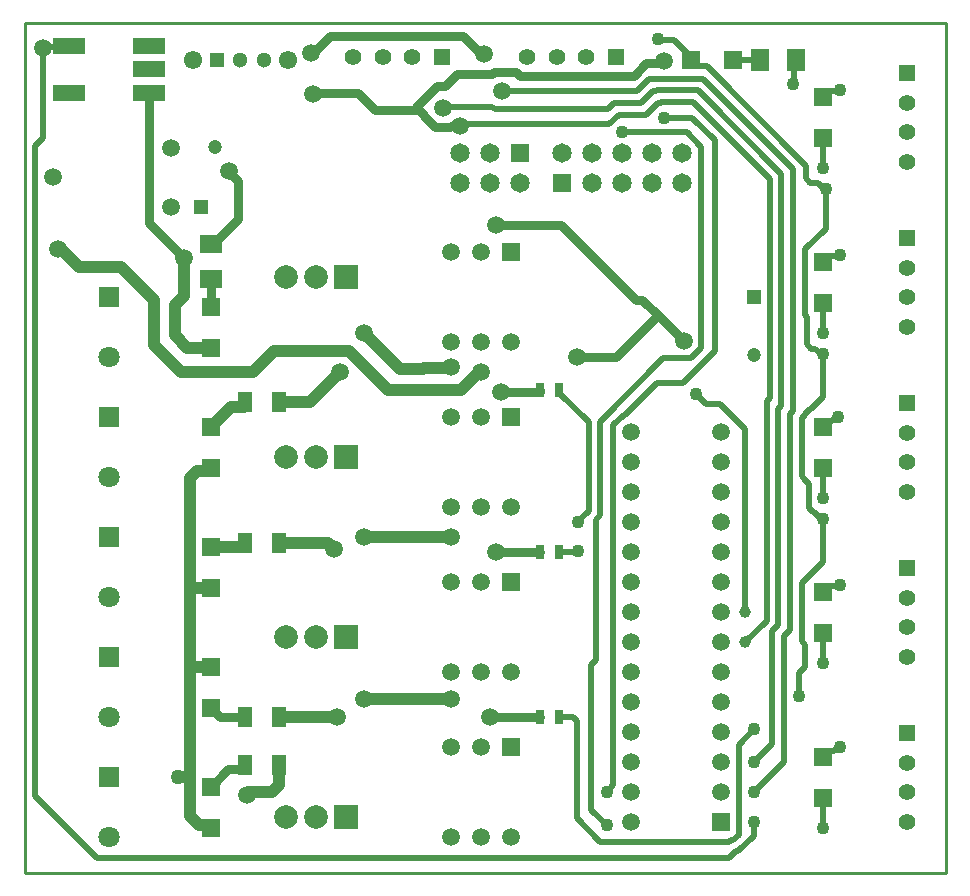
<source format=gtl>
G04*
G04 #@! TF.GenerationSoftware,Altium Limited,Altium Designer,22.5.1 (42)*
G04*
G04 Layer_Physical_Order=1*
G04 Layer_Color=255*
%FSLAX42Y42*%
%MOMM*%
G71*
G04*
G04 #@! TF.SameCoordinates,E9C7B45F-A4FB-49F3-BE10-4E13B05C86B2*
G04*
G04*
G04 #@! TF.FilePolarity,Positive*
G04*
G01*
G75*
%ADD13C,0.25*%
%ADD17R,1.50X1.50*%
%ADD18R,1.50X1.50*%
%ADD19R,2.75X1.40*%
%ADD24R,2.00X2.00*%
%ADD25C,2.00*%
%ADD27R,1.30X1.30*%
%ADD28C,1.30*%
%ADD29C,1.55*%
%ADD33R,1.20X1.20*%
%ADD34C,1.20*%
%ADD42R,1.90X1.50*%
%ADD43R,1.50X1.90*%
%ADD44R,0.80X1.25*%
%ADD45R,1.15X1.80*%
%ADD46C,0.51*%
%ADD47C,1.02*%
%ADD48C,0.76*%
%ADD49C,1.40*%
%ADD50R,1.40X1.40*%
%ADD51R,1.40X1.40*%
%ADD52R,1.80X1.80*%
%ADD53C,1.80*%
%ADD54C,1.52*%
%ADD55C,1.50*%
%ADD56C,1.65*%
%ADD57R,1.65X1.65*%
%ADD58C,1.10*%
%ADD59C,1.00*%
%ADD60C,1.27*%
D13*
X0Y0D02*
X7800D01*
X0D02*
Y7200D01*
X7800D01*
Y0D02*
Y7200D01*
D17*
X6759Y6575D02*
D03*
Y6225D02*
D03*
Y5178D02*
D03*
Y4828D02*
D03*
Y3781D02*
D03*
Y3431D02*
D03*
X1577Y4447D02*
D03*
Y4797D02*
D03*
X6759Y987D02*
D03*
Y637D02*
D03*
Y2384D02*
D03*
Y2034D02*
D03*
X1577Y1399D02*
D03*
Y1749D02*
D03*
Y733D02*
D03*
Y383D02*
D03*
Y2765D02*
D03*
Y2415D02*
D03*
Y3431D02*
D03*
Y3781D02*
D03*
X4117Y1066D02*
D03*
Y2463D02*
D03*
Y3860D02*
D03*
Y5257D02*
D03*
D18*
X5644Y6883D02*
D03*
X5994D02*
D03*
X5895Y431D02*
D03*
D19*
X1051Y6606D02*
D03*
Y6806D02*
D03*
Y7006D02*
D03*
X376Y6606D02*
D03*
Y7006D02*
D03*
D24*
X2720Y1998D02*
D03*
Y5046D02*
D03*
Y3522D02*
D03*
Y474D02*
D03*
D25*
X2466Y1998D02*
D03*
X2212D02*
D03*
X2466Y5046D02*
D03*
X2212D02*
D03*
X2466Y3522D02*
D03*
X2212D02*
D03*
X2466Y474D02*
D03*
X2212D02*
D03*
D27*
X1628Y6883D02*
D03*
D28*
X1828D02*
D03*
X2028D02*
D03*
D29*
X1428D02*
D03*
X2228D02*
D03*
D33*
X1492Y5637D02*
D03*
X6174Y4876D02*
D03*
D34*
X1612Y6147D02*
D03*
X6174Y4388D02*
D03*
D42*
X1577Y5031D02*
D03*
Y5331D02*
D03*
D43*
X6528Y6883D02*
D03*
X6228D02*
D03*
D44*
X4527Y1320D02*
D03*
X4367D02*
D03*
X4527Y4089D02*
D03*
X4367D02*
D03*
X4527Y2717D02*
D03*
X4367D02*
D03*
D45*
X2154Y914D02*
D03*
X1864D02*
D03*
X2154Y1320D02*
D03*
X1864D02*
D03*
X2154Y2793D02*
D03*
X1864D02*
D03*
X2154Y3987D02*
D03*
X1864D02*
D03*
D46*
X152Y6223D02*
Y6985D01*
X87Y6158D02*
X152Y6223D01*
X87Y650D02*
Y6158D01*
X152Y6985D02*
X163Y6996D01*
X329D02*
X341Y7008D01*
X163Y6996D02*
X329D01*
X87Y650D02*
X610Y126D01*
X4674Y463D02*
Y1290D01*
X4643Y1320D02*
X4674Y1290D01*
Y463D02*
X4872Y265D01*
X6512Y6852D02*
X6528Y6868D01*
X6512Y6690D02*
Y6852D01*
X6502Y6680D02*
X6512Y6690D01*
X6891Y6620D02*
X6901Y6629D01*
X6804Y6620D02*
X6891D01*
X6759Y6575D02*
X6804Y6620D01*
X6891Y5223D02*
X6901Y5232D01*
X6759Y5178D02*
X6804Y5223D01*
X6891D01*
X6653Y5845D02*
X6715D01*
X6768Y5791D02*
X6782D01*
Y5455D02*
Y5791D01*
X6610Y5283D02*
X6782Y5455D01*
X6616Y5882D02*
X6653Y5845D01*
X6715D02*
X6768Y5791D01*
X6759Y3781D02*
X6808Y3831D01*
X6840D01*
X6870Y3861D02*
X6883D01*
X6840Y3831D02*
X6870Y3861D01*
X6696Y4441D02*
X6743Y4394D01*
X6759Y4031D02*
Y4392D01*
X6756Y4394D02*
X6759Y4392D01*
X6660Y4441D02*
X6696D01*
X6624Y4477D02*
X6660Y4441D01*
X6743Y4394D02*
X6756D01*
X6579Y2458D02*
X6756Y2636D01*
X6638Y3093D02*
X6674Y3057D01*
X6683D02*
X6743Y2997D01*
X6756D01*
X6638Y3093D02*
Y3298D01*
X6674Y3057D02*
X6683D01*
X6756Y2636D02*
Y2997D01*
X6857Y1037D02*
X6887Y1067D01*
X6808Y1037D02*
X6857D01*
X6887Y1067D02*
X6901D01*
X6759Y987D02*
X6808Y1037D01*
X6891Y2429D02*
X6901Y2438D01*
X6804Y2429D02*
X6891D01*
X6759Y2384D02*
X6804Y2429D01*
X6430Y940D02*
Y2007D01*
X6176Y939D02*
X6331Y1094D01*
X6480Y2057D02*
Y3891D01*
X6331Y1094D02*
Y2048D01*
X6505Y3917D02*
Y5962D01*
X6176Y686D02*
X6430Y940D01*
X6331Y2048D02*
X6381Y2098D01*
Y3932D02*
X6407Y3958D01*
X5774Y6693D02*
X6505Y5962D01*
X6381Y2098D02*
Y3932D01*
X6407Y3958D02*
Y5921D01*
X6480Y3891D02*
X6505Y3917D01*
X6610Y1749D02*
Y1933D01*
X6553Y1692D02*
X6610Y1749D01*
X6430Y2007D02*
X6480Y2057D01*
X5733Y6595D02*
X6407Y5921D01*
X6553Y1499D02*
Y1692D01*
X6760Y1781D02*
Y2033D01*
Y1781D02*
X6762Y1779D01*
X6041Y184D02*
X6176Y318D01*
Y431D01*
X5967Y265D02*
X5985Y283D01*
X6045Y327D02*
Y1089D01*
X4872Y265D02*
X5967D01*
X6026Y184D02*
X6041D01*
X610Y126D02*
X5968D01*
X6026Y184D01*
X6000Y283D02*
X6045Y327D01*
X5985Y283D02*
X6000D01*
X4798Y538D02*
Y1759D01*
Y538D02*
X4930Y406D01*
X4798Y1759D02*
X4839Y1801D01*
X3553Y6488D02*
X3961D01*
X3546Y6481D02*
X3553Y6488D01*
X4046Y6620D02*
X5181D01*
X4040Y6625D02*
X4046Y6620D01*
X3699Y6342D02*
X4952D01*
X3686Y6329D02*
X3699Y6342D01*
X5544Y6394D02*
X5654D01*
X5412Y6397D02*
X5541D01*
X5654Y6394D02*
X5842Y6206D01*
X5541Y6397D02*
X5544Y6394D01*
X5320Y6619D02*
X5344D01*
X5032Y6422D02*
X5263D01*
X5222Y6521D02*
X5320Y6619D01*
X5344D02*
X5351Y6627D01*
X5181Y6620D02*
X5287Y6725D01*
X5361Y6520D02*
X5385D01*
X5607Y6274D02*
X5730Y6151D01*
X5385Y6520D02*
X5392Y6528D01*
X4991Y6521D02*
X5222D01*
X5263Y6422D02*
X5361Y6520D01*
X5060Y6274D02*
X5607D01*
X5287Y6725D02*
X5742D01*
X5774Y6693D01*
X5351Y6627D02*
X5701D01*
X5733Y6595D01*
X5392Y6528D02*
X5660D01*
X6308Y5880D01*
X5059Y6274D02*
X5060Y6274D01*
X4936Y6466D02*
X4991Y6521D01*
X3984Y6466D02*
X4936D01*
X4952Y6342D02*
X5032Y6422D01*
X3961Y6488D02*
X3984Y6466D01*
X6579Y1964D02*
X6610Y1933D01*
X6759Y2034D02*
X6760Y2033D01*
X6579Y1964D02*
Y2458D01*
X6759Y3431D02*
X6760Y3429D01*
Y3176D02*
Y3429D01*
X6610Y3326D02*
X6638Y3298D01*
X6579Y3361D02*
X6610Y3330D01*
X6760Y3176D02*
X6762Y3174D01*
X6610Y3326D02*
Y3330D01*
X6653Y3929D02*
X6657D01*
X6610Y3886D02*
X6653Y3929D01*
X6579Y3851D02*
X6610Y3882D01*
Y3886D01*
X6308Y4022D02*
Y5880D01*
X6657Y3929D02*
X6759Y4031D01*
X6282Y3997D02*
X6308Y4022D01*
X6579Y3361D02*
Y3851D01*
X6098Y1955D02*
X6282Y2139D01*
Y3997D01*
X6610Y4723D02*
Y5283D01*
X6624Y4477D02*
Y4709D01*
X6610Y4723D02*
X6624Y4709D01*
X6616Y5882D02*
Y5991D01*
X5693Y6833D02*
X5774D01*
X6616Y5991D01*
X5574Y4152D02*
X5842Y4420D01*
X5408Y4358D02*
X5640D01*
X5842Y4420D02*
Y6206D01*
X5730Y4447D02*
Y6151D01*
X5640Y4358D02*
X5730Y4447D01*
X4531Y2721D02*
X4685D01*
X4689Y2724D01*
X4527Y2717D02*
X4531Y2721D01*
X4689Y2984D02*
X4775Y3070D01*
X4689Y2971D02*
Y2984D01*
X4775Y3070D02*
Y3818D01*
X5083Y3881D02*
X5353Y4152D01*
X4874Y3824D02*
X5408Y4358D01*
X4985Y3794D02*
X5072Y3881D01*
X5083D01*
X4985Y746D02*
Y3794D01*
X4930Y691D02*
X4985Y746D01*
X4874Y3029D02*
Y3824D01*
X4839Y1801D02*
Y2994D01*
X4874Y3029D01*
X4527Y4066D02*
X4775Y3818D01*
X5681Y4059D02*
X5681D01*
X5770Y3970D01*
X5885D01*
X5353Y4152D02*
X5574D01*
X5644Y6883D02*
X5693Y6833D01*
X6045Y1089D02*
X6174Y1218D01*
X5885Y3970D02*
X6098Y3757D01*
Y2209D02*
Y3757D01*
X4930Y685D02*
Y691D01*
X6759Y4571D02*
Y4828D01*
Y5968D02*
Y6172D01*
X5994Y6883D02*
X6222D01*
X5057Y6095D02*
X5088D01*
X5496Y7056D02*
X5644Y6908D01*
X5366Y7056D02*
X5496D01*
X5644Y6883D02*
Y6908D01*
X6176Y685D02*
Y686D01*
X4527Y1320D02*
X4643D01*
X4527Y4066D02*
Y4089D01*
X6759Y380D02*
Y637D01*
D47*
X813Y5131D02*
X1092Y4851D01*
Y4470D02*
Y4851D01*
X459Y5131D02*
X813D01*
X1092Y4470D02*
X1321Y4242D01*
X1930D01*
X1272Y4553D02*
Y4812D01*
Y4553D02*
X1378Y4447D01*
X1577D01*
X2744Y4420D02*
X3075Y4089D01*
X3698D02*
X3850Y4241D01*
X3075Y4089D02*
X3698D01*
X306Y5283D02*
X459Y5131D01*
X3383Y4276D02*
X3600D01*
X3177Y4266D02*
X3374D01*
X3600Y4276D02*
X3609Y4286D01*
X3374Y4266D02*
X3383Y4276D01*
X2872Y4571D02*
X3177Y4266D01*
X1930Y4242D02*
X2108Y4420D01*
X2744D01*
X279Y5283D02*
X306D01*
X1577Y2765D02*
X1844D01*
X1745Y3949D02*
X1857D01*
X1553Y3407D02*
X1577Y3431D01*
X1857Y3949D02*
X1864Y3956D01*
X1577Y3781D02*
X1745Y3949D01*
X1864Y3956D02*
Y3987D01*
X1402Y1749D02*
X1577D01*
X1399Y2425D02*
X1409Y2415D01*
X1459Y3407D02*
X1553D01*
X1399Y2425D02*
Y3347D01*
X1459Y3407D01*
X1399Y1752D02*
X1402Y1749D01*
X1399Y812D02*
Y1752D01*
X1409Y2415D02*
X1577D01*
X1399Y1752D02*
Y2425D01*
X1272Y4812D02*
X1348Y4888D01*
Y5206D01*
X1399Y482D02*
X1474Y407D01*
X1553D01*
X1399Y482D02*
Y812D01*
X1298D02*
X1399D01*
X1553Y407D02*
X1577Y383D01*
X2094Y685D02*
X2154Y745D01*
X1907Y685D02*
X2094D01*
X1882Y660D02*
X1907Y685D01*
X2154Y745D02*
Y914D01*
X2644Y1320D02*
X2644Y1320D01*
X2872Y1472D02*
X3609D01*
X2154Y1320D02*
X2644D01*
X2415Y3987D02*
X2669Y4241D01*
X2154Y3987D02*
X2415D01*
X2568Y2793D02*
X2618Y2742D01*
X2872Y2844D02*
X3609D01*
X2154Y2793D02*
X2568D01*
X3850Y4241D02*
X3863D01*
X374Y7008D02*
X376Y7006D01*
D48*
X1577Y4797D02*
Y5031D01*
X2827Y6604D02*
X2966Y6465D01*
X2447Y6604D02*
X2827D01*
X1597Y5331D02*
X1740Y5474D01*
X1741D01*
X1577Y5331D02*
X1597D01*
X1803Y5537D02*
Y5861D01*
X1741Y5474D02*
X1803Y5537D01*
X1729Y5935D02*
Y5943D01*
Y5935D02*
X1803Y5861D01*
X2438Y6595D02*
X2447Y6604D01*
X2589Y7087D02*
X3715D01*
X2445Y6943D02*
X2589Y7087D01*
X3715D02*
X3868Y6933D01*
X2425Y6943D02*
X2445D01*
X3384Y6414D02*
Y6421D01*
Y6414D02*
X3479Y6320D01*
X3486D02*
X3487Y6319D01*
X3600D01*
X3479Y6320D02*
X3486D01*
X3315Y6490D02*
X3384Y6421D01*
X3661Y6768D02*
X3955D01*
X5156Y6752D02*
X5263Y6860D01*
X4157Y6786D02*
X4191Y6752D01*
X5156D01*
X3955Y6768D02*
X3973Y6786D01*
X4157D01*
X3685Y6328D02*
X3686Y6329D01*
X3609Y6328D02*
X3685D01*
X3315Y6465D02*
Y6490D01*
X3491Y6666D02*
X3559D01*
X3315Y6490D02*
X3491Y6666D01*
X5396Y6860D02*
X5410Y6874D01*
X5263Y6860D02*
X5396D01*
X5579Y4509D02*
X5581D01*
X5364Y4724D02*
X5579Y4509D01*
X5361Y4724D02*
X5364D01*
X4676Y4368D02*
X5005D01*
X2966Y6465D02*
X3315D01*
X3600Y6319D02*
X3609Y6328D01*
X3868Y6933D02*
X3888D01*
X5229Y4856D02*
X5361Y4724D01*
X5175Y4856D02*
X5229D01*
X4545Y5486D02*
X5175Y4856D01*
X3990Y5486D02*
X4545D01*
X1844Y2765D02*
X1864Y2784D01*
Y2793D01*
X1656Y1320D02*
X1864D01*
X1577Y1399D02*
X1656Y1320D01*
X1051Y5504D02*
X1348Y5206D01*
X1722Y878D02*
X1844D01*
X1577Y733D02*
X1722Y878D01*
X1864Y897D02*
Y914D01*
X1844Y878D02*
X1864Y897D01*
X3939Y1320D02*
X4367D01*
X3990Y2717D02*
X4367D01*
Y4080D02*
Y4089D01*
X4030Y4078D02*
X4365D01*
X4367Y4080D01*
X5005Y4368D02*
X5361Y4724D01*
X5362Y7060D02*
X5366Y7056D01*
X3559Y6666D02*
X3661Y6768D01*
X1051Y5504D02*
Y6606D01*
D49*
X7470Y6025D02*
D03*
Y6275D02*
D03*
Y6525D02*
D03*
Y3231D02*
D03*
Y3481D02*
D03*
Y3731D02*
D03*
Y1834D02*
D03*
Y2084D02*
D03*
Y2334D02*
D03*
Y4628D02*
D03*
Y4878D02*
D03*
Y5128D02*
D03*
X4256Y6908D02*
D03*
X4506D02*
D03*
X4756D02*
D03*
X2783D02*
D03*
X3033D02*
D03*
X3283D02*
D03*
X7470Y437D02*
D03*
Y687D02*
D03*
Y937D02*
D03*
D50*
Y6775D02*
D03*
Y3981D02*
D03*
Y2584D02*
D03*
Y5378D02*
D03*
Y1187D02*
D03*
D51*
X5006Y6908D02*
D03*
X3533D02*
D03*
D52*
X713Y1828D02*
D03*
Y2844D02*
D03*
Y3860D02*
D03*
Y4876D02*
D03*
Y812D02*
D03*
D53*
Y1320D02*
D03*
Y2336D02*
D03*
Y3352D02*
D03*
Y4368D02*
D03*
Y304D02*
D03*
D54*
X237Y5893D02*
D03*
X1237Y6143D02*
D03*
Y5643D02*
D03*
D55*
X3863Y1066D02*
D03*
X3609D02*
D03*
X4117Y304D02*
D03*
X3863D02*
D03*
X3609D02*
D03*
X3863Y2463D02*
D03*
X3609D02*
D03*
X4117Y1701D02*
D03*
X3863D02*
D03*
X3609D02*
D03*
X5895Y685D02*
D03*
Y939D02*
D03*
Y1193D02*
D03*
Y1447D02*
D03*
Y1701D02*
D03*
Y1955D02*
D03*
Y2209D02*
D03*
Y2463D02*
D03*
Y2717D02*
D03*
Y2971D02*
D03*
Y3225D02*
D03*
Y3479D02*
D03*
Y3733D02*
D03*
X5133Y431D02*
D03*
Y685D02*
D03*
Y939D02*
D03*
Y1193D02*
D03*
Y1447D02*
D03*
Y1701D02*
D03*
Y1955D02*
D03*
Y2209D02*
D03*
Y2463D02*
D03*
Y2717D02*
D03*
Y2971D02*
D03*
Y3225D02*
D03*
Y3479D02*
D03*
Y3733D02*
D03*
X3863Y3860D02*
D03*
X3609D02*
D03*
X4117Y3098D02*
D03*
X3863D02*
D03*
X3609D02*
D03*
X3863Y5257D02*
D03*
X3609D02*
D03*
X4117Y4495D02*
D03*
X3863D02*
D03*
X3609D02*
D03*
X152Y6985D02*
D03*
X2438Y6595D02*
D03*
X2425Y6943D02*
D03*
X3546Y6481D02*
D03*
X4040Y6625D02*
D03*
X3686Y6329D02*
D03*
X5410Y6874D02*
D03*
X5581Y4509D02*
D03*
X4676Y4368D02*
D03*
X3609Y4286D02*
D03*
X279Y5283D02*
D03*
X2618Y2742D02*
D03*
X2644Y1320D02*
D03*
X2872Y1472D02*
D03*
X3888Y6933D02*
D03*
X1729Y5943D02*
D03*
X1348Y5206D02*
D03*
X3939Y1320D02*
D03*
X3609Y1472D02*
D03*
X2872Y4571D02*
D03*
X2669Y4241D02*
D03*
X3609Y2844D02*
D03*
X2872D02*
D03*
X4030Y4078D02*
D03*
X3863Y4241D02*
D03*
X3990Y5486D02*
D03*
X1882Y660D02*
D03*
X3990Y2717D02*
D03*
D56*
X5565Y6095D02*
D03*
X5311D02*
D03*
X5565Y5841D02*
D03*
X5311D02*
D03*
X5057Y6095D02*
D03*
Y5841D02*
D03*
X4549Y6095D02*
D03*
X4803Y5841D02*
D03*
Y6095D02*
D03*
X3685Y5841D02*
D03*
X3939D02*
D03*
X3685Y6095D02*
D03*
X3939D02*
D03*
X4193Y5841D02*
D03*
D57*
X4549D02*
D03*
X4193Y6095D02*
D03*
D58*
X6502Y6680D02*
D03*
X6901Y6629D02*
D03*
Y5232D02*
D03*
X6782Y5791D02*
D03*
X6883Y3861D02*
D03*
X6756Y4394D02*
D03*
Y2997D02*
D03*
X6901Y1067D02*
D03*
Y2438D02*
D03*
X6553Y1499D02*
D03*
X6762Y1779D02*
D03*
X5412Y6397D02*
D03*
X5059Y6274D02*
D03*
X6762Y3174D02*
D03*
X4689Y2724D02*
D03*
Y2971D02*
D03*
X5681Y4059D02*
D03*
X6759Y5968D02*
D03*
Y4571D02*
D03*
X6176Y939D02*
D03*
X6174Y1218D02*
D03*
X6176Y431D02*
D03*
X4930Y685D02*
D03*
X6176D02*
D03*
X5362Y7060D02*
D03*
X6759Y380D02*
D03*
X4930Y406D02*
D03*
D59*
X6098Y2209D02*
D03*
Y1955D02*
D03*
D60*
X1298Y812D02*
D03*
M02*

</source>
